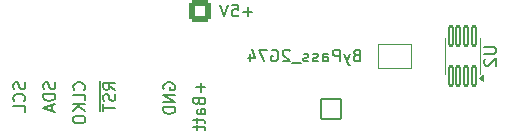
<source format=gbo>
G04 #@! TF.GenerationSoftware,KiCad,Pcbnew,9.0.1*
G04 #@! TF.CreationDate,2025-04-04T20:39:51+02:00*
G04 #@! TF.ProjectId,DistributedPulseModulation,44697374-7269-4627-9574-656450756c73,rev?*
G04 #@! TF.SameCoordinates,Original*
G04 #@! TF.FileFunction,Legend,Bot*
G04 #@! TF.FilePolarity,Positive*
%FSLAX46Y46*%
G04 Gerber Fmt 4.6, Leading zero omitted, Abs format (unit mm)*
G04 Created by KiCad (PCBNEW 9.0.1) date 2025-04-04 20:39:51*
%MOMM*%
%LPD*%
G01*
G04 APERTURE LIST*
G04 Aperture macros list*
%AMRoundRect*
0 Rectangle with rounded corners*
0 $1 Rounding radius*
0 $2 $3 $4 $5 $6 $7 $8 $9 X,Y pos of 4 corners*
0 Add a 4 corners polygon primitive as box body*
4,1,4,$2,$3,$4,$5,$6,$7,$8,$9,$2,$3,0*
0 Add four circle primitives for the rounded corners*
1,1,$1+$1,$2,$3*
1,1,$1+$1,$4,$5*
1,1,$1+$1,$6,$7*
1,1,$1+$1,$8,$9*
0 Add four rect primitives between the rounded corners*
20,1,$1+$1,$2,$3,$4,$5,0*
20,1,$1+$1,$4,$5,$6,$7,0*
20,1,$1+$1,$6,$7,$8,$9,0*
20,1,$1+$1,$8,$9,$2,$3,0*%
%AMFreePoly0*
4,1,18,0.558779,0.830902,0.583205,0.805470,1.083205,0.055470,1.099919,-0.004031,1.083205,-0.055470,0.583205,-0.805470,0.534710,-0.843783,0.500000,-0.850000,-0.500000,-0.850000,-0.558779,-0.830902,-0.595106,-0.780902,-0.600000,-0.750000,-0.600000,0.750000,-0.580902,0.808779,-0.530902,0.845106,-0.500000,0.850000,0.500000,0.850000,0.558779,0.830902,0.558779,0.830902,$1*%
%AMFreePoly1*
4,1,20,0.558779,0.830902,0.595106,0.780902,0.600000,0.750000,0.600000,-0.750000,0.580902,-0.808779,0.530902,-0.845106,0.500000,-0.850000,-0.650000,-0.850000,-0.708779,-0.830902,-0.745106,-0.780902,-0.745106,-0.719098,-0.733205,-0.694530,-0.270185,0.000000,-0.733205,0.694530,-0.749919,0.754031,-0.728467,0.811992,-0.677043,0.846274,-0.650000,0.850000,0.500000,0.850000,0.558779,0.830902,
0.558779,0.830902,$1*%
G04 Aperture macros list end*
%ADD10C,0.200000*%
%ADD11C,0.150000*%
%ADD12C,0.120000*%
%ADD13C,1.800000*%
%ADD14RoundRect,0.281250X-0.618750X-0.618750X0.618750X-0.618750X0.618750X0.618750X-0.618750X0.618750X0*%
%ADD15RoundRect,0.281250X-0.618750X0.618750X-0.618750X-0.618750X0.618750X-0.618750X0.618750X0.618750X0*%
%ADD16O,1.800000X1.800000*%
%ADD17RoundRect,0.100000X0.850000X-0.850000X0.850000X0.850000X-0.850000X0.850000X-0.850000X-0.850000X0*%
%ADD18C,1.900000*%
%ADD19RoundRect,0.281250X0.618750X0.618750X-0.618750X0.618750X-0.618750X-0.618750X0.618750X-0.618750X0*%
%ADD20C,1.000000*%
%ADD21C,6.600000*%
%ADD22RoundRect,0.100000X0.850000X0.850000X-0.850000X0.850000X-0.850000X-0.850000X0.850000X-0.850000X0*%
%ADD23RoundRect,0.281250X1.018750X0.618750X-1.018750X0.618750X-1.018750X-0.618750X1.018750X-0.618750X0*%
%ADD24O,2.600000X1.800000*%
%ADD25RoundRect,0.100000X-0.850000X-0.850000X0.850000X-0.850000X0.850000X0.850000X-0.850000X0.850000X0*%
%ADD26RoundRect,0.279412X-0.670588X0.670588X-0.670588X-0.670588X0.670588X-0.670588X0.670588X0.670588X0*%
%ADD27FreePoly0,180.000000*%
%ADD28FreePoly1,180.000000*%
%ADD29RoundRect,0.100000X0.150000X0.800000X-0.150000X0.800000X-0.150000X-0.800000X0.150000X-0.800000X0*%
G04 APERTURE END LIST*
D10*
X71191266Y-125464673D02*
X71191266Y-126226578D01*
X71572219Y-125845625D02*
X70810314Y-125845625D01*
X71048409Y-127036101D02*
X71096028Y-127178958D01*
X71096028Y-127178958D02*
X71143647Y-127226577D01*
X71143647Y-127226577D02*
X71238885Y-127274196D01*
X71238885Y-127274196D02*
X71381742Y-127274196D01*
X71381742Y-127274196D02*
X71476980Y-127226577D01*
X71476980Y-127226577D02*
X71524600Y-127178958D01*
X71524600Y-127178958D02*
X71572219Y-127083720D01*
X71572219Y-127083720D02*
X71572219Y-126702768D01*
X71572219Y-126702768D02*
X70572219Y-126702768D01*
X70572219Y-126702768D02*
X70572219Y-127036101D01*
X70572219Y-127036101D02*
X70619838Y-127131339D01*
X70619838Y-127131339D02*
X70667457Y-127178958D01*
X70667457Y-127178958D02*
X70762695Y-127226577D01*
X70762695Y-127226577D02*
X70857933Y-127226577D01*
X70857933Y-127226577D02*
X70953171Y-127178958D01*
X70953171Y-127178958D02*
X71000790Y-127131339D01*
X71000790Y-127131339D02*
X71048409Y-127036101D01*
X71048409Y-127036101D02*
X71048409Y-126702768D01*
X71572219Y-128131339D02*
X71048409Y-128131339D01*
X71048409Y-128131339D02*
X70953171Y-128083720D01*
X70953171Y-128083720D02*
X70905552Y-127988482D01*
X70905552Y-127988482D02*
X70905552Y-127798006D01*
X70905552Y-127798006D02*
X70953171Y-127702768D01*
X71524600Y-128131339D02*
X71572219Y-128036101D01*
X71572219Y-128036101D02*
X71572219Y-127798006D01*
X71572219Y-127798006D02*
X71524600Y-127702768D01*
X71524600Y-127702768D02*
X71429361Y-127655149D01*
X71429361Y-127655149D02*
X71334123Y-127655149D01*
X71334123Y-127655149D02*
X71238885Y-127702768D01*
X71238885Y-127702768D02*
X71191266Y-127798006D01*
X71191266Y-127798006D02*
X71191266Y-128036101D01*
X71191266Y-128036101D02*
X71143647Y-128131339D01*
X70905552Y-128464673D02*
X70905552Y-128845625D01*
X70572219Y-128607530D02*
X71429361Y-128607530D01*
X71429361Y-128607530D02*
X71524600Y-128655149D01*
X71524600Y-128655149D02*
X71572219Y-128750387D01*
X71572219Y-128750387D02*
X71572219Y-128845625D01*
X70905552Y-129036102D02*
X70905552Y-129417054D01*
X70572219Y-129178959D02*
X71429361Y-129178959D01*
X71429361Y-129178959D02*
X71524600Y-129226578D01*
X71524600Y-129226578D02*
X71572219Y-129321816D01*
X71572219Y-129321816D02*
X71572219Y-129417054D01*
X75580713Y-119451266D02*
X74818809Y-119451266D01*
X75199761Y-119832219D02*
X75199761Y-119070314D01*
X73866428Y-118832219D02*
X74342618Y-118832219D01*
X74342618Y-118832219D02*
X74390237Y-119308409D01*
X74390237Y-119308409D02*
X74342618Y-119260790D01*
X74342618Y-119260790D02*
X74247380Y-119213171D01*
X74247380Y-119213171D02*
X74009285Y-119213171D01*
X74009285Y-119213171D02*
X73914047Y-119260790D01*
X73914047Y-119260790D02*
X73866428Y-119308409D01*
X73866428Y-119308409D02*
X73818809Y-119403647D01*
X73818809Y-119403647D02*
X73818809Y-119641742D01*
X73818809Y-119641742D02*
X73866428Y-119736980D01*
X73866428Y-119736980D02*
X73914047Y-119784600D01*
X73914047Y-119784600D02*
X74009285Y-119832219D01*
X74009285Y-119832219D02*
X74247380Y-119832219D01*
X74247380Y-119832219D02*
X74342618Y-119784600D01*
X74342618Y-119784600D02*
X74390237Y-119736980D01*
X73533094Y-118832219D02*
X73199761Y-119832219D01*
X73199761Y-119832219D02*
X72866428Y-118832219D01*
X58824600Y-125417054D02*
X58872219Y-125559911D01*
X58872219Y-125559911D02*
X58872219Y-125798006D01*
X58872219Y-125798006D02*
X58824600Y-125893244D01*
X58824600Y-125893244D02*
X58776980Y-125940863D01*
X58776980Y-125940863D02*
X58681742Y-125988482D01*
X58681742Y-125988482D02*
X58586504Y-125988482D01*
X58586504Y-125988482D02*
X58491266Y-125940863D01*
X58491266Y-125940863D02*
X58443647Y-125893244D01*
X58443647Y-125893244D02*
X58396028Y-125798006D01*
X58396028Y-125798006D02*
X58348409Y-125607530D01*
X58348409Y-125607530D02*
X58300790Y-125512292D01*
X58300790Y-125512292D02*
X58253171Y-125464673D01*
X58253171Y-125464673D02*
X58157933Y-125417054D01*
X58157933Y-125417054D02*
X58062695Y-125417054D01*
X58062695Y-125417054D02*
X57967457Y-125464673D01*
X57967457Y-125464673D02*
X57919838Y-125512292D01*
X57919838Y-125512292D02*
X57872219Y-125607530D01*
X57872219Y-125607530D02*
X57872219Y-125845625D01*
X57872219Y-125845625D02*
X57919838Y-125988482D01*
X58872219Y-126417054D02*
X57872219Y-126417054D01*
X57872219Y-126417054D02*
X57872219Y-126655149D01*
X57872219Y-126655149D02*
X57919838Y-126798006D01*
X57919838Y-126798006D02*
X58015076Y-126893244D01*
X58015076Y-126893244D02*
X58110314Y-126940863D01*
X58110314Y-126940863D02*
X58300790Y-126988482D01*
X58300790Y-126988482D02*
X58443647Y-126988482D01*
X58443647Y-126988482D02*
X58634123Y-126940863D01*
X58634123Y-126940863D02*
X58729361Y-126893244D01*
X58729361Y-126893244D02*
X58824600Y-126798006D01*
X58824600Y-126798006D02*
X58872219Y-126655149D01*
X58872219Y-126655149D02*
X58872219Y-126417054D01*
X58586504Y-127369435D02*
X58586504Y-127845625D01*
X58872219Y-127274197D02*
X57872219Y-127607530D01*
X57872219Y-127607530D02*
X58872219Y-127940863D01*
X68079838Y-125988482D02*
X68032219Y-125893244D01*
X68032219Y-125893244D02*
X68032219Y-125750387D01*
X68032219Y-125750387D02*
X68079838Y-125607530D01*
X68079838Y-125607530D02*
X68175076Y-125512292D01*
X68175076Y-125512292D02*
X68270314Y-125464673D01*
X68270314Y-125464673D02*
X68460790Y-125417054D01*
X68460790Y-125417054D02*
X68603647Y-125417054D01*
X68603647Y-125417054D02*
X68794123Y-125464673D01*
X68794123Y-125464673D02*
X68889361Y-125512292D01*
X68889361Y-125512292D02*
X68984600Y-125607530D01*
X68984600Y-125607530D02*
X69032219Y-125750387D01*
X69032219Y-125750387D02*
X69032219Y-125845625D01*
X69032219Y-125845625D02*
X68984600Y-125988482D01*
X68984600Y-125988482D02*
X68936980Y-126036101D01*
X68936980Y-126036101D02*
X68603647Y-126036101D01*
X68603647Y-126036101D02*
X68603647Y-125845625D01*
X69032219Y-126464673D02*
X68032219Y-126464673D01*
X68032219Y-126464673D02*
X69032219Y-127036101D01*
X69032219Y-127036101D02*
X68032219Y-127036101D01*
X69032219Y-127512292D02*
X68032219Y-127512292D01*
X68032219Y-127512292D02*
X68032219Y-127750387D01*
X68032219Y-127750387D02*
X68079838Y-127893244D01*
X68079838Y-127893244D02*
X68175076Y-127988482D01*
X68175076Y-127988482D02*
X68270314Y-128036101D01*
X68270314Y-128036101D02*
X68460790Y-128083720D01*
X68460790Y-128083720D02*
X68603647Y-128083720D01*
X68603647Y-128083720D02*
X68794123Y-128036101D01*
X68794123Y-128036101D02*
X68889361Y-127988482D01*
X68889361Y-127988482D02*
X68984600Y-127893244D01*
X68984600Y-127893244D02*
X69032219Y-127750387D01*
X69032219Y-127750387D02*
X69032219Y-127512292D01*
X56284600Y-125417054D02*
X56332219Y-125559911D01*
X56332219Y-125559911D02*
X56332219Y-125798006D01*
X56332219Y-125798006D02*
X56284600Y-125893244D01*
X56284600Y-125893244D02*
X56236980Y-125940863D01*
X56236980Y-125940863D02*
X56141742Y-125988482D01*
X56141742Y-125988482D02*
X56046504Y-125988482D01*
X56046504Y-125988482D02*
X55951266Y-125940863D01*
X55951266Y-125940863D02*
X55903647Y-125893244D01*
X55903647Y-125893244D02*
X55856028Y-125798006D01*
X55856028Y-125798006D02*
X55808409Y-125607530D01*
X55808409Y-125607530D02*
X55760790Y-125512292D01*
X55760790Y-125512292D02*
X55713171Y-125464673D01*
X55713171Y-125464673D02*
X55617933Y-125417054D01*
X55617933Y-125417054D02*
X55522695Y-125417054D01*
X55522695Y-125417054D02*
X55427457Y-125464673D01*
X55427457Y-125464673D02*
X55379838Y-125512292D01*
X55379838Y-125512292D02*
X55332219Y-125607530D01*
X55332219Y-125607530D02*
X55332219Y-125845625D01*
X55332219Y-125845625D02*
X55379838Y-125988482D01*
X56236980Y-126988482D02*
X56284600Y-126940863D01*
X56284600Y-126940863D02*
X56332219Y-126798006D01*
X56332219Y-126798006D02*
X56332219Y-126702768D01*
X56332219Y-126702768D02*
X56284600Y-126559911D01*
X56284600Y-126559911D02*
X56189361Y-126464673D01*
X56189361Y-126464673D02*
X56094123Y-126417054D01*
X56094123Y-126417054D02*
X55903647Y-126369435D01*
X55903647Y-126369435D02*
X55760790Y-126369435D01*
X55760790Y-126369435D02*
X55570314Y-126417054D01*
X55570314Y-126417054D02*
X55475076Y-126464673D01*
X55475076Y-126464673D02*
X55379838Y-126559911D01*
X55379838Y-126559911D02*
X55332219Y-126702768D01*
X55332219Y-126702768D02*
X55332219Y-126798006D01*
X55332219Y-126798006D02*
X55379838Y-126940863D01*
X55379838Y-126940863D02*
X55427457Y-126988482D01*
X56332219Y-127893244D02*
X56332219Y-127417054D01*
X56332219Y-127417054D02*
X55332219Y-127417054D01*
X61316980Y-126036101D02*
X61364600Y-125988482D01*
X61364600Y-125988482D02*
X61412219Y-125845625D01*
X61412219Y-125845625D02*
X61412219Y-125750387D01*
X61412219Y-125750387D02*
X61364600Y-125607530D01*
X61364600Y-125607530D02*
X61269361Y-125512292D01*
X61269361Y-125512292D02*
X61174123Y-125464673D01*
X61174123Y-125464673D02*
X60983647Y-125417054D01*
X60983647Y-125417054D02*
X60840790Y-125417054D01*
X60840790Y-125417054D02*
X60650314Y-125464673D01*
X60650314Y-125464673D02*
X60555076Y-125512292D01*
X60555076Y-125512292D02*
X60459838Y-125607530D01*
X60459838Y-125607530D02*
X60412219Y-125750387D01*
X60412219Y-125750387D02*
X60412219Y-125845625D01*
X60412219Y-125845625D02*
X60459838Y-125988482D01*
X60459838Y-125988482D02*
X60507457Y-126036101D01*
X61412219Y-126940863D02*
X61412219Y-126464673D01*
X61412219Y-126464673D02*
X60412219Y-126464673D01*
X61412219Y-127274197D02*
X60412219Y-127274197D01*
X61412219Y-127845625D02*
X60840790Y-127417054D01*
X60412219Y-127845625D02*
X60983647Y-127274197D01*
X60412219Y-128464673D02*
X60412219Y-128655149D01*
X60412219Y-128655149D02*
X60459838Y-128750387D01*
X60459838Y-128750387D02*
X60555076Y-128845625D01*
X60555076Y-128845625D02*
X60745552Y-128893244D01*
X60745552Y-128893244D02*
X61078885Y-128893244D01*
X61078885Y-128893244D02*
X61269361Y-128845625D01*
X61269361Y-128845625D02*
X61364600Y-128750387D01*
X61364600Y-128750387D02*
X61412219Y-128655149D01*
X61412219Y-128655149D02*
X61412219Y-128464673D01*
X61412219Y-128464673D02*
X61364600Y-128369435D01*
X61364600Y-128369435D02*
X61269361Y-128274197D01*
X61269361Y-128274197D02*
X61078885Y-128226578D01*
X61078885Y-128226578D02*
X60745552Y-128226578D01*
X60745552Y-128226578D02*
X60555076Y-128274197D01*
X60555076Y-128274197D02*
X60459838Y-128369435D01*
X60459838Y-128369435D02*
X60412219Y-128464673D01*
X63952219Y-126036101D02*
X63476028Y-125702768D01*
X63952219Y-125464673D02*
X62952219Y-125464673D01*
X62952219Y-125464673D02*
X62952219Y-125845625D01*
X62952219Y-125845625D02*
X62999838Y-125940863D01*
X62999838Y-125940863D02*
X63047457Y-125988482D01*
X63047457Y-125988482D02*
X63142695Y-126036101D01*
X63142695Y-126036101D02*
X63285552Y-126036101D01*
X63285552Y-126036101D02*
X63380790Y-125988482D01*
X63380790Y-125988482D02*
X63428409Y-125940863D01*
X63428409Y-125940863D02*
X63476028Y-125845625D01*
X63476028Y-125845625D02*
X63476028Y-125464673D01*
X63904600Y-126417054D02*
X63952219Y-126559911D01*
X63952219Y-126559911D02*
X63952219Y-126798006D01*
X63952219Y-126798006D02*
X63904600Y-126893244D01*
X63904600Y-126893244D02*
X63856980Y-126940863D01*
X63856980Y-126940863D02*
X63761742Y-126988482D01*
X63761742Y-126988482D02*
X63666504Y-126988482D01*
X63666504Y-126988482D02*
X63571266Y-126940863D01*
X63571266Y-126940863D02*
X63523647Y-126893244D01*
X63523647Y-126893244D02*
X63476028Y-126798006D01*
X63476028Y-126798006D02*
X63428409Y-126607530D01*
X63428409Y-126607530D02*
X63380790Y-126512292D01*
X63380790Y-126512292D02*
X63333171Y-126464673D01*
X63333171Y-126464673D02*
X63237933Y-126417054D01*
X63237933Y-126417054D02*
X63142695Y-126417054D01*
X63142695Y-126417054D02*
X63047457Y-126464673D01*
X63047457Y-126464673D02*
X62999838Y-126512292D01*
X62999838Y-126512292D02*
X62952219Y-126607530D01*
X62952219Y-126607530D02*
X62952219Y-126845625D01*
X62952219Y-126845625D02*
X62999838Y-126988482D01*
X62952219Y-127274197D02*
X62952219Y-127845625D01*
X63952219Y-127559911D02*
X62952219Y-127559911D01*
X62674600Y-125326578D02*
X62674600Y-127840864D01*
D11*
X84390952Y-123121009D02*
X84248095Y-123168628D01*
X84248095Y-123168628D02*
X84200476Y-123216247D01*
X84200476Y-123216247D02*
X84152857Y-123311485D01*
X84152857Y-123311485D02*
X84152857Y-123454342D01*
X84152857Y-123454342D02*
X84200476Y-123549580D01*
X84200476Y-123549580D02*
X84248095Y-123597200D01*
X84248095Y-123597200D02*
X84343333Y-123644819D01*
X84343333Y-123644819D02*
X84724285Y-123644819D01*
X84724285Y-123644819D02*
X84724285Y-122644819D01*
X84724285Y-122644819D02*
X84390952Y-122644819D01*
X84390952Y-122644819D02*
X84295714Y-122692438D01*
X84295714Y-122692438D02*
X84248095Y-122740057D01*
X84248095Y-122740057D02*
X84200476Y-122835295D01*
X84200476Y-122835295D02*
X84200476Y-122930533D01*
X84200476Y-122930533D02*
X84248095Y-123025771D01*
X84248095Y-123025771D02*
X84295714Y-123073390D01*
X84295714Y-123073390D02*
X84390952Y-123121009D01*
X84390952Y-123121009D02*
X84724285Y-123121009D01*
X83819523Y-122978152D02*
X83581428Y-123644819D01*
X83343333Y-122978152D02*
X83581428Y-123644819D01*
X83581428Y-123644819D02*
X83676666Y-123882914D01*
X83676666Y-123882914D02*
X83724285Y-123930533D01*
X83724285Y-123930533D02*
X83819523Y-123978152D01*
X82962380Y-123644819D02*
X82962380Y-122644819D01*
X82962380Y-122644819D02*
X82581428Y-122644819D01*
X82581428Y-122644819D02*
X82486190Y-122692438D01*
X82486190Y-122692438D02*
X82438571Y-122740057D01*
X82438571Y-122740057D02*
X82390952Y-122835295D01*
X82390952Y-122835295D02*
X82390952Y-122978152D01*
X82390952Y-122978152D02*
X82438571Y-123073390D01*
X82438571Y-123073390D02*
X82486190Y-123121009D01*
X82486190Y-123121009D02*
X82581428Y-123168628D01*
X82581428Y-123168628D02*
X82962380Y-123168628D01*
X81533809Y-123644819D02*
X81533809Y-123121009D01*
X81533809Y-123121009D02*
X81581428Y-123025771D01*
X81581428Y-123025771D02*
X81676666Y-122978152D01*
X81676666Y-122978152D02*
X81867142Y-122978152D01*
X81867142Y-122978152D02*
X81962380Y-123025771D01*
X81533809Y-123597200D02*
X81629047Y-123644819D01*
X81629047Y-123644819D02*
X81867142Y-123644819D01*
X81867142Y-123644819D02*
X81962380Y-123597200D01*
X81962380Y-123597200D02*
X82009999Y-123501961D01*
X82009999Y-123501961D02*
X82009999Y-123406723D01*
X82009999Y-123406723D02*
X81962380Y-123311485D01*
X81962380Y-123311485D02*
X81867142Y-123263866D01*
X81867142Y-123263866D02*
X81629047Y-123263866D01*
X81629047Y-123263866D02*
X81533809Y-123216247D01*
X81105237Y-123597200D02*
X81009999Y-123644819D01*
X81009999Y-123644819D02*
X80819523Y-123644819D01*
X80819523Y-123644819D02*
X80724285Y-123597200D01*
X80724285Y-123597200D02*
X80676666Y-123501961D01*
X80676666Y-123501961D02*
X80676666Y-123454342D01*
X80676666Y-123454342D02*
X80724285Y-123359104D01*
X80724285Y-123359104D02*
X80819523Y-123311485D01*
X80819523Y-123311485D02*
X80962380Y-123311485D01*
X80962380Y-123311485D02*
X81057618Y-123263866D01*
X81057618Y-123263866D02*
X81105237Y-123168628D01*
X81105237Y-123168628D02*
X81105237Y-123121009D01*
X81105237Y-123121009D02*
X81057618Y-123025771D01*
X81057618Y-123025771D02*
X80962380Y-122978152D01*
X80962380Y-122978152D02*
X80819523Y-122978152D01*
X80819523Y-122978152D02*
X80724285Y-123025771D01*
X80295713Y-123597200D02*
X80200475Y-123644819D01*
X80200475Y-123644819D02*
X80009999Y-123644819D01*
X80009999Y-123644819D02*
X79914761Y-123597200D01*
X79914761Y-123597200D02*
X79867142Y-123501961D01*
X79867142Y-123501961D02*
X79867142Y-123454342D01*
X79867142Y-123454342D02*
X79914761Y-123359104D01*
X79914761Y-123359104D02*
X80009999Y-123311485D01*
X80009999Y-123311485D02*
X80152856Y-123311485D01*
X80152856Y-123311485D02*
X80248094Y-123263866D01*
X80248094Y-123263866D02*
X80295713Y-123168628D01*
X80295713Y-123168628D02*
X80295713Y-123121009D01*
X80295713Y-123121009D02*
X80248094Y-123025771D01*
X80248094Y-123025771D02*
X80152856Y-122978152D01*
X80152856Y-122978152D02*
X80009999Y-122978152D01*
X80009999Y-122978152D02*
X79914761Y-123025771D01*
X79676666Y-123740057D02*
X78914761Y-123740057D01*
X78724284Y-122740057D02*
X78676665Y-122692438D01*
X78676665Y-122692438D02*
X78581427Y-122644819D01*
X78581427Y-122644819D02*
X78343332Y-122644819D01*
X78343332Y-122644819D02*
X78248094Y-122692438D01*
X78248094Y-122692438D02*
X78200475Y-122740057D01*
X78200475Y-122740057D02*
X78152856Y-122835295D01*
X78152856Y-122835295D02*
X78152856Y-122930533D01*
X78152856Y-122930533D02*
X78200475Y-123073390D01*
X78200475Y-123073390D02*
X78771903Y-123644819D01*
X78771903Y-123644819D02*
X78152856Y-123644819D01*
X77200475Y-122692438D02*
X77295713Y-122644819D01*
X77295713Y-122644819D02*
X77438570Y-122644819D01*
X77438570Y-122644819D02*
X77581427Y-122692438D01*
X77581427Y-122692438D02*
X77676665Y-122787676D01*
X77676665Y-122787676D02*
X77724284Y-122882914D01*
X77724284Y-122882914D02*
X77771903Y-123073390D01*
X77771903Y-123073390D02*
X77771903Y-123216247D01*
X77771903Y-123216247D02*
X77724284Y-123406723D01*
X77724284Y-123406723D02*
X77676665Y-123501961D01*
X77676665Y-123501961D02*
X77581427Y-123597200D01*
X77581427Y-123597200D02*
X77438570Y-123644819D01*
X77438570Y-123644819D02*
X77343332Y-123644819D01*
X77343332Y-123644819D02*
X77200475Y-123597200D01*
X77200475Y-123597200D02*
X77152856Y-123549580D01*
X77152856Y-123549580D02*
X77152856Y-123216247D01*
X77152856Y-123216247D02*
X77343332Y-123216247D01*
X76819522Y-122644819D02*
X76152856Y-122644819D01*
X76152856Y-122644819D02*
X76581427Y-123644819D01*
X75343332Y-122978152D02*
X75343332Y-123644819D01*
X75581427Y-122597200D02*
X75819522Y-123311485D01*
X75819522Y-123311485D02*
X75200475Y-123311485D01*
X95199819Y-122428095D02*
X96009342Y-122428095D01*
X96009342Y-122428095D02*
X96104580Y-122475714D01*
X96104580Y-122475714D02*
X96152200Y-122523333D01*
X96152200Y-122523333D02*
X96199819Y-122618571D01*
X96199819Y-122618571D02*
X96199819Y-122809047D01*
X96199819Y-122809047D02*
X96152200Y-122904285D01*
X96152200Y-122904285D02*
X96104580Y-122951904D01*
X96104580Y-122951904D02*
X96009342Y-122999523D01*
X96009342Y-122999523D02*
X95199819Y-122999523D01*
X95295057Y-123428095D02*
X95247438Y-123475714D01*
X95247438Y-123475714D02*
X95199819Y-123570952D01*
X95199819Y-123570952D02*
X95199819Y-123809047D01*
X95199819Y-123809047D02*
X95247438Y-123904285D01*
X95247438Y-123904285D02*
X95295057Y-123951904D01*
X95295057Y-123951904D02*
X95390295Y-123999523D01*
X95390295Y-123999523D02*
X95485533Y-123999523D01*
X95485533Y-123999523D02*
X95628390Y-123951904D01*
X95628390Y-123951904D02*
X96199819Y-123380476D01*
X96199819Y-123380476D02*
X96199819Y-123999523D01*
D12*
X86230000Y-122190000D02*
X86230000Y-124190000D01*
X86230000Y-124190000D02*
X89030000Y-124190000D01*
X89030000Y-122190000D02*
X86230000Y-122190000D01*
X89030000Y-124190000D02*
X89030000Y-122190000D01*
X91845000Y-121690000D02*
X91845000Y-124690000D01*
X94845000Y-121690000D02*
X94845000Y-124690000D01*
X95075000Y-125280000D02*
X94745000Y-125040000D01*
X95075000Y-124800000D01*
X95075000Y-125280000D01*
G36*
X95075000Y-125280000D02*
G01*
X94745000Y-125040000D01*
X95075000Y-124800000D01*
X95075000Y-125280000D01*
G37*
%LPC*%
G36*
X88855000Y-122440000D02*
G01*
X86405000Y-122440000D01*
X86405000Y-123940000D01*
X88855000Y-123940000D01*
X88855000Y-122440000D01*
G37*
D13*
X135215000Y-119380000D03*
X130215000Y-119380000D03*
X124460000Y-50800000D03*
X124460000Y-53340000D03*
X124460000Y-55880000D03*
X124460000Y-58420000D03*
X124460000Y-60960000D03*
X124460000Y-63500000D03*
X124460000Y-66040000D03*
X124460000Y-68580000D03*
X116840000Y-68580000D03*
X116840000Y-66040000D03*
X116840000Y-63500000D03*
X116840000Y-60960000D03*
X116840000Y-58420000D03*
X116840000Y-55880000D03*
X116840000Y-53340000D03*
D14*
X116840000Y-50800000D03*
D13*
X124460000Y-73660000D03*
X124460000Y-76200000D03*
X124460000Y-78740000D03*
X124460000Y-81280000D03*
X124460000Y-83820000D03*
X124460000Y-86360000D03*
X124460000Y-88900000D03*
X124460000Y-91440000D03*
X116840000Y-91440000D03*
X116840000Y-88900000D03*
X116840000Y-86360000D03*
X116840000Y-83820000D03*
X116840000Y-81280000D03*
X116840000Y-78740000D03*
X116840000Y-76200000D03*
D14*
X116840000Y-73660000D03*
D13*
X124460000Y-96520000D03*
X124460000Y-99060000D03*
X124460000Y-101600000D03*
X124460000Y-104140000D03*
X124460000Y-106680000D03*
X124460000Y-109220000D03*
X124460000Y-111760000D03*
X124460000Y-114300000D03*
X116840000Y-114300000D03*
X116840000Y-111760000D03*
X116840000Y-109220000D03*
X116840000Y-106680000D03*
X116840000Y-104140000D03*
X116840000Y-101600000D03*
X116840000Y-99060000D03*
D14*
X116840000Y-96520000D03*
D13*
X127000000Y-127000000D03*
X124460000Y-127000000D03*
X121920000Y-127000000D03*
X119380000Y-127000000D03*
X116840000Y-127000000D03*
X114300000Y-127000000D03*
X111760000Y-127000000D03*
X109220000Y-127000000D03*
X109220000Y-119380000D03*
X111760000Y-119380000D03*
X114300000Y-119380000D03*
X116840000Y-119380000D03*
X119380000Y-119380000D03*
X121920000Y-119380000D03*
X124460000Y-119380000D03*
D15*
X127000000Y-119380000D03*
D13*
X53340000Y-102235000D03*
D16*
X63500000Y-102235000D03*
D17*
X55880000Y-114300000D03*
D18*
X55880000Y-111760000D03*
X58420000Y-114300000D03*
X58420000Y-111760000D03*
X60960000Y-114300000D03*
X60960000Y-111760000D03*
X63500000Y-114300000D03*
X63500000Y-111760000D03*
X66040000Y-114300000D03*
X66040000Y-111760000D03*
D13*
X53340000Y-98425000D03*
D16*
X63500000Y-98425000D03*
D19*
X109220000Y-91440000D03*
D13*
X109220000Y-88900000D03*
X109220000Y-86360000D03*
X109220000Y-83820000D03*
X109220000Y-81280000D03*
X109220000Y-78740000D03*
X109220000Y-76200000D03*
X109220000Y-73660000D03*
X101600000Y-73660000D03*
X101600000Y-76200000D03*
X101600000Y-78740000D03*
X101600000Y-81280000D03*
X101600000Y-83820000D03*
X101600000Y-86360000D03*
X101600000Y-88900000D03*
X101600000Y-91440000D03*
D19*
X60325000Y-71120000D03*
D13*
X60325000Y-68580000D03*
X60325000Y-66040000D03*
X60325000Y-63500000D03*
X60325000Y-60960000D03*
X60325000Y-58420000D03*
X60325000Y-55880000D03*
X60325000Y-53340000D03*
X52705000Y-53340000D03*
X52705000Y-55880000D03*
X52705000Y-58420000D03*
X52705000Y-60960000D03*
X52705000Y-63500000D03*
X52705000Y-66040000D03*
X52705000Y-68580000D03*
X52705000Y-71120000D03*
D20*
X43955000Y-125730000D03*
X44657944Y-124032944D03*
X44657944Y-127427056D03*
X46355000Y-123330000D03*
D21*
X46355000Y-125730000D03*
D20*
X46355000Y-128130000D03*
X48052056Y-124032944D03*
X48052056Y-127427056D03*
X48755000Y-125730000D03*
X129680000Y-129540000D03*
X130382944Y-127842944D03*
X130382944Y-131237056D03*
X132080000Y-127140000D03*
D21*
X132080000Y-129540000D03*
D20*
X132080000Y-131940000D03*
X133777056Y-127842944D03*
X133777056Y-131237056D03*
X134480000Y-129540000D03*
D13*
X59015000Y-74930000D03*
X54015000Y-74930000D03*
D20*
X129680000Y-49530000D03*
X130382944Y-47832944D03*
X130382944Y-51227056D03*
X132080000Y-47130000D03*
D21*
X132080000Y-49530000D03*
D20*
X132080000Y-51930000D03*
X133777056Y-47832944D03*
X133777056Y-51227056D03*
X134480000Y-49530000D03*
D19*
X83185000Y-71120000D03*
D13*
X83185000Y-68580000D03*
X83185000Y-66040000D03*
X83185000Y-63500000D03*
X83185000Y-60960000D03*
X83185000Y-58420000D03*
X83185000Y-55880000D03*
X83185000Y-53340000D03*
X75565000Y-53340000D03*
X75565000Y-55880000D03*
X75565000Y-58420000D03*
X75565000Y-60960000D03*
X75565000Y-63500000D03*
X75565000Y-66040000D03*
X75565000Y-68580000D03*
X75565000Y-71120000D03*
X98425000Y-62865000D03*
X98425000Y-67865000D03*
D22*
X48895000Y-80010000D03*
D18*
X46355000Y-80010000D03*
X48895000Y-77470000D03*
X46355000Y-77470000D03*
X48895000Y-74930000D03*
X46355000Y-74930000D03*
X48895000Y-72390000D03*
X46355000Y-72390000D03*
X48895000Y-69850000D03*
X46355000Y-69850000D03*
X48895000Y-67310000D03*
X46355000Y-67310000D03*
X48895000Y-64770000D03*
X46355000Y-64770000D03*
D19*
X71755000Y-71120000D03*
D13*
X71755000Y-68580000D03*
X71755000Y-66040000D03*
X71755000Y-63500000D03*
X71755000Y-60960000D03*
X71755000Y-58420000D03*
X71755000Y-55880000D03*
X71755000Y-53340000D03*
X64135000Y-53340000D03*
X64135000Y-55880000D03*
X64135000Y-58420000D03*
X64135000Y-60960000D03*
X64135000Y-63500000D03*
X64135000Y-66040000D03*
X64135000Y-68580000D03*
X64135000Y-71120000D03*
D23*
X77470000Y-111760000D03*
D24*
X77470000Y-109220000D03*
X77470000Y-106680000D03*
X77470000Y-104140000D03*
X77470000Y-101600000D03*
X77470000Y-99060000D03*
X77470000Y-96520000D03*
X77470000Y-93980000D03*
X77470000Y-91440000D03*
X77470000Y-88900000D03*
X77470000Y-86360000D03*
X77470000Y-83820000D03*
X77470000Y-81280000D03*
X77470000Y-78740000D03*
X69850000Y-78740000D03*
X69850000Y-81280000D03*
X69850000Y-83820000D03*
X69850000Y-86360000D03*
X69850000Y-88900000D03*
X69850000Y-91440000D03*
X69850000Y-93980000D03*
X69850000Y-96520000D03*
X69850000Y-99060000D03*
X69850000Y-101600000D03*
X69850000Y-104140000D03*
X69850000Y-106680000D03*
X69850000Y-109220000D03*
X69850000Y-111760000D03*
D13*
X97790000Y-97115000D03*
X97790000Y-92115000D03*
D17*
X55245000Y-90170000D03*
D18*
X57785000Y-90170000D03*
X60325000Y-90170000D03*
D13*
X133985000Y-85090000D03*
X128985000Y-85090000D03*
D25*
X82189148Y-127630000D03*
D18*
X82189148Y-130170000D03*
D26*
X71120000Y-119380000D03*
D18*
X71120000Y-121920000D03*
X68580000Y-119380000D03*
X68580000Y-121920000D03*
X66040000Y-119380000D03*
X66040000Y-121920000D03*
X63500000Y-119380000D03*
X63500000Y-121920000D03*
X60960000Y-119380000D03*
X60960000Y-121920000D03*
X58420000Y-119380000D03*
X58420000Y-121920000D03*
X55880000Y-119380000D03*
X55880000Y-121920000D03*
D19*
X109220000Y-114300000D03*
D13*
X109220000Y-111760000D03*
X109220000Y-109220000D03*
X109220000Y-106680000D03*
X109220000Y-104140000D03*
X109220000Y-101600000D03*
X109220000Y-99060000D03*
X109220000Y-96520000D03*
X101600000Y-96520000D03*
X101600000Y-99060000D03*
X101600000Y-101600000D03*
X101600000Y-104140000D03*
X101600000Y-106680000D03*
X101600000Y-109220000D03*
X101600000Y-111760000D03*
X101600000Y-114300000D03*
X133350000Y-59690000D03*
X128350000Y-59690000D03*
X80645000Y-87630000D03*
X80645000Y-92630000D03*
D25*
X91440000Y-50800000D03*
D18*
X93980000Y-50800000D03*
X91440000Y-53340000D03*
X93980000Y-53340000D03*
X91440000Y-55880000D03*
X93980000Y-55880000D03*
X91440000Y-58420000D03*
X93980000Y-58420000D03*
X91440000Y-60960000D03*
X93980000Y-60960000D03*
X91440000Y-63500000D03*
X93980000Y-63500000D03*
X91440000Y-66040000D03*
X93980000Y-66040000D03*
X91440000Y-68580000D03*
X93980000Y-68580000D03*
X91440000Y-71120000D03*
X93980000Y-71120000D03*
X91440000Y-73660000D03*
X93980000Y-73660000D03*
X91440000Y-76200000D03*
X93980000Y-76200000D03*
X91440000Y-78740000D03*
X93980000Y-78740000D03*
D20*
X43955000Y-52070000D03*
X44657944Y-50372944D03*
X44657944Y-53767056D03*
X46355000Y-49670000D03*
D21*
X46355000Y-52070000D03*
D20*
X46355000Y-54470000D03*
X48052056Y-50372944D03*
X48052056Y-53767056D03*
X48755000Y-52070000D03*
D17*
X55245000Y-93980000D03*
D18*
X57785000Y-93980000D03*
X60325000Y-93980000D03*
D13*
X78105000Y-74930000D03*
X73105000Y-74930000D03*
X64850000Y-74930000D03*
X69850000Y-74930000D03*
D19*
X109220000Y-68580000D03*
D13*
X109220000Y-66040000D03*
X109220000Y-63500000D03*
X109220000Y-60960000D03*
X109220000Y-58420000D03*
X109220000Y-55880000D03*
X109220000Y-53340000D03*
X109220000Y-50800000D03*
X101600000Y-50800000D03*
X101600000Y-53340000D03*
X101600000Y-55880000D03*
X101600000Y-58420000D03*
X101600000Y-60960000D03*
X101600000Y-63500000D03*
X101600000Y-66040000D03*
X101600000Y-68580000D03*
X135215000Y-107950000D03*
X130215000Y-107950000D03*
D22*
X48895000Y-111760000D03*
D18*
X46355000Y-111760000D03*
X48895000Y-109220000D03*
X46355000Y-109220000D03*
X48895000Y-106680000D03*
X46355000Y-106680000D03*
X48895000Y-104140000D03*
X46355000Y-104140000D03*
X48895000Y-101600000D03*
X46355000Y-101600000D03*
X48895000Y-99060000D03*
X46355000Y-99060000D03*
X48895000Y-96520000D03*
X46355000Y-96520000D03*
X48895000Y-93980000D03*
X46355000Y-93980000D03*
X48895000Y-91440000D03*
X46355000Y-91440000D03*
X48895000Y-88900000D03*
X46355000Y-88900000D03*
X48895000Y-86360000D03*
X46355000Y-86360000D03*
D17*
X55245000Y-86360000D03*
D18*
X57785000Y-86360000D03*
X60325000Y-86360000D03*
D13*
X101600000Y-123745000D03*
X101600000Y-118745000D03*
D27*
X88355000Y-123190000D03*
D28*
X86905000Y-123190000D03*
D29*
X94320000Y-124890000D03*
X93670000Y-124890000D03*
X93020000Y-124890000D03*
X92370000Y-124890000D03*
X92370000Y-121490000D03*
X93020000Y-121490000D03*
X93670000Y-121490000D03*
X94320000Y-121490000D03*
%LPD*%
M02*

</source>
